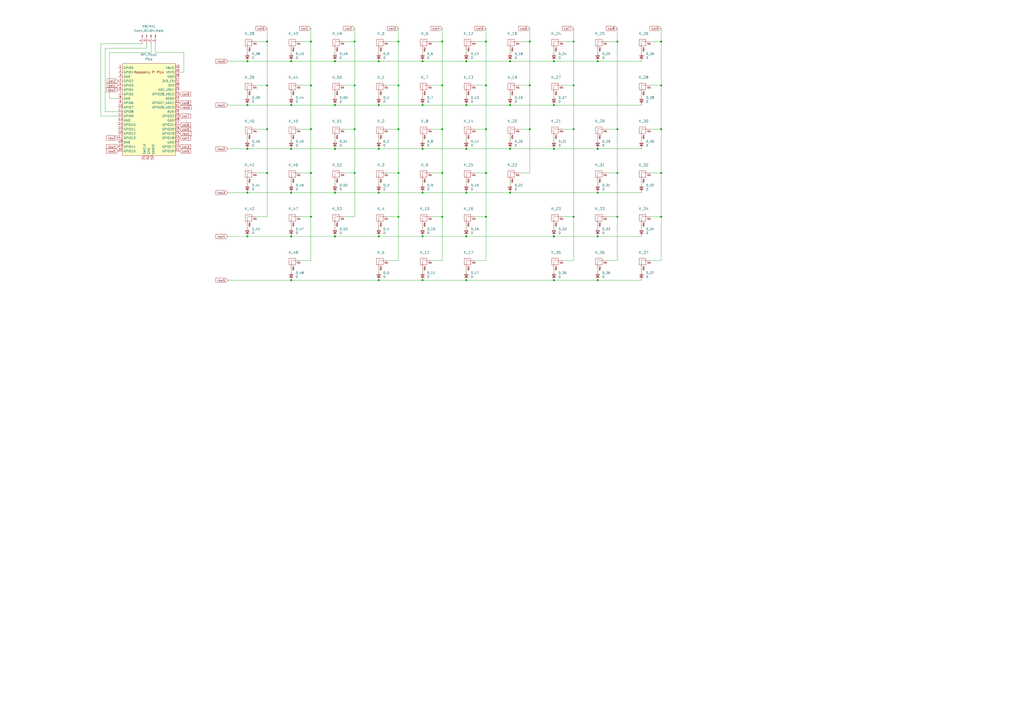
<source format=kicad_sch>
(kicad_sch (version 20211123) (generator eeschema)
  (paper "A2")
  (lib_symbols
    (symbol "Connector:Conn_01x04_Male" (pin_names (offset 1.016) hide)
      (property "Reference" "J" (at 0 5.08 0))
      (property "Value" "Conn_01x04_Male" (at 0 -7.62 0))
      (symbol "Conn_01x04_Male_1_1"
        (polyline (pts (xy 1.27 -5.08) (xy 0.8636 -5.08)) (stroke (width 0.1524)))
        (polyline (pts (xy 1.27 -2.54) (xy 0.8636 -2.54)) (stroke (width 0.1524)))
        (polyline (pts (xy 1.27 0) (xy 0.8636 0)) (stroke (width 0.1524)))
        (polyline (pts (xy 1.27 2.54) (xy 0.8636 2.54)) (stroke (width 0.1524)))
        (rectangle (start 0.8636 -4.953) (end 0 -5.207) (stroke (width 0.1524)) (fill (type outline)))
        (rectangle (start 0.8636 -2.413) (end 0 -2.667) (stroke (width 0.1524)) (fill (type outline)))
        (rectangle (start 0.8636 0.127) (end 0 -0.127) (stroke (width 0.1524)) (fill (type outline)))
        (rectangle (start 0.8636 2.667) (end 0 2.413) (stroke (width 0.1524)) (fill (type outline)))
        (pin passive line (at 5.08 2.54 180) (length 3.81) (name "Pin_1") (number "1"))
        (pin passive line (at 5.08 0 180) (length 3.81) (name "Pin_2") (number "2"))
        (pin passive line (at 5.08 -2.54 180) (length 3.81) (name "Pin_3") (number "3"))
        (pin passive line (at 5.08 -5.08 180) (length 3.81) (name "Pin_4") (number "4"))
      )
    )
    (symbol "Device:D_Small" (pin_numbers hide) (pin_names (offset 0.254) hide)
      (property "Reference" "D" (at -1.27 2.032 0))
      (property "Value" "D_Small" (at -3.81 -2.032 0))
      (symbol "D_Small_0_1"
        (polyline (pts (xy -0.762 -1.016) (xy -0.762 1.016)) (stroke (width 0.254)))
        (polyline (pts (xy -0.762 0) (xy 0.762 0)))
        (polyline (pts (xy 0.762 -1.016) (xy -0.762 0) (xy 0.762 1.016) (xy 0.762 -1.016)) (stroke (width 0.254)))
      )
      (symbol "D_Small_1_1"
        (pin passive line (at -2.54 0 0) (length 1.778) (name "K") (number "1"))
        (pin passive line (at 2.54 0 180) (length 1.778) (name "A") (number "2"))
      )
    )
    (symbol "MCU_RaspberryPi_and_Boards:Pico"
      (property "Reference" "U" (at -13.97 27.94 0))
      (property "Value" "Pico" (at 0 19.05 0))
      (symbol "Pico_0_0"
        (text "Raspberry Pi Pico" (at 0 21.59 0) (effects (font (size 1.27 1.27))))
      )
      (symbol "Pico_0_1"
        (rectangle (start -15.24 26.67) (end 15.24 -26.67) (fill (type background)))
      )
      (symbol "Pico_1_1"
        (pin bidirectional line (at -17.78 24.13 0) (length 2.54) (name "GPIO0") (number "1"))
        (pin bidirectional line (at -17.78 1.27 0) (length 2.54) (name "GPIO7") (number "10"))
        (pin bidirectional line (at -17.78 -1.27 0) (length 2.54) (name "GPIO8") (number "11"))
        (pin bidirectional line (at -17.78 -3.81 0) (length 2.54) (name "GPIO9") (number "12"))
        (pin power_in line (at -17.78 -6.35 0) (length 2.54) (name "GND") (number "13"))
        (pin bidirectional line (at -17.78 -8.89 0) (length 2.54) (name "GPIO10") (number "14"))
        (pin bidirectional line (at -17.78 -11.43 0) (length 2.54) (name "GPIO11") (number "15"))
        (pin bidirectional line (at -17.78 -13.97 0) (length 2.54) (name "GPIO12") (number "16"))
        (pin bidirectional line (at -17.78 -16.51 0) (length 2.54) (name "GPIO13") (number "17"))
        (pin power_in line (at -17.78 -19.05 0) (length 2.54) (name "GND") (number "18"))
        (pin bidirectional line (at -17.78 -21.59 0) (length 2.54) (name "GPIO14") (number "19"))
        (pin bidirectional line (at -17.78 21.59 0) (length 2.54) (name "GPIO1") (number "2"))
        (pin bidirectional line (at -17.78 -24.13 0) (length 2.54) (name "GPIO15") (number "20"))
        (pin bidirectional line (at 17.78 -24.13 180) (length 2.54) (name "GPIO16") (number "21"))
        (pin bidirectional line (at 17.78 -21.59 180) (length 2.54) (name "GPIO17") (number "22"))
        (pin power_in line (at 17.78 -19.05 180) (length 2.54) (name "GND") (number "23"))
        (pin bidirectional line (at 17.78 -16.51 180) (length 2.54) (name "GPIO18") (number "24"))
        (pin bidirectional line (at 17.78 -13.97 180) (length 2.54) (name "GPIO19") (number "25"))
        (pin bidirectional line (at 17.78 -11.43 180) (length 2.54) (name "GPIO20") (number "26"))
        (pin bidirectional line (at 17.78 -8.89 180) (length 2.54) (name "GPIO21") (number "27"))
        (pin power_in line (at 17.78 -6.35 180) (length 2.54) (name "GND") (number "28"))
        (pin bidirectional line (at 17.78 -3.81 180) (length 2.54) (name "GPIO22") (number "29"))
        (pin power_in line (at -17.78 19.05 0) (length 2.54) (name "GND") (number "3"))
        (pin input line (at 17.78 -1.27 180) (length 2.54) (name "RUN") (number "30"))
        (pin bidirectional line (at 17.78 1.27 180) (length 2.54) (name "GPIO26_ADC0") (number "31"))
        (pin bidirectional line (at 17.78 3.81 180) (length 2.54) (name "GPIO27_ADC1") (number "32"))
        (pin power_in line (at 17.78 6.35 180) (length 2.54) (name "AGND") (number "33"))
        (pin bidirectional line (at 17.78 8.89 180) (length 2.54) (name "GPIO28_ADC2") (number "34"))
        (pin power_in line (at 17.78 11.43 180) (length 2.54) (name "ADC_VREF") (number "35"))
        (pin power_in line (at 17.78 13.97 180) (length 2.54) (name "3V3") (number "36"))
        (pin input line (at 17.78 16.51 180) (length 2.54) (name "3V3_EN") (number "37"))
        (pin bidirectional line (at 17.78 19.05 180) (length 2.54) (name "GND") (number "38"))
        (pin power_in line (at 17.78 21.59 180) (length 2.54) (name "VSYS") (number "39"))
        (pin bidirectional line (at -17.78 16.51 0) (length 2.54) (name "GPIO2") (number "4"))
        (pin power_in line (at 17.78 24.13 180) (length 2.54) (name "VBUS") (number "40"))
        (pin input line (at -2.54 -29.21 90) (length 2.54) (name "SWCLK") (number "41"))
        (pin power_in line (at 0 -29.21 90) (length 2.54) (name "GND") (number "42"))
        (pin bidirectional line (at 2.54 -29.21 90) (length 2.54) (name "SWDIO") (number "43"))
        (pin bidirectional line (at -17.78 13.97 0) (length 2.54) (name "GPIO3") (number "5"))
        (pin bidirectional line (at -17.78 11.43 0) (length 2.54) (name "GPIO4") (number "6"))
        (pin bidirectional line (at -17.78 8.89 0) (length 2.54) (name "GPIO5") (number "7"))
        (pin power_in line (at -17.78 6.35 0) (length 2.54) (name "GND") (number "8"))
        (pin bidirectional line (at -17.78 3.81 0) (length 2.54) (name "GPIO6") (number "9"))
      )
    )
    (symbol "MX_Alps_Hybrid:MX-NoLED" (pin_names (offset 1.016))
      (property "Reference" "MX" (at -0.635 3.81 0))
      (property "Value" "MX-NoLED" (at -0.635 1.27 0))
      (symbol "MX-NoLED_0_0"
        (rectangle (start -2.54 2.54) (end 1.27 -1.27))
        (polyline (pts (xy -1.27 -1.27) (xy -1.27 1.27)) (stroke (width 0.127)))
        (polyline (pts (xy 1.27 1.27) (xy 0 1.27) (xy -1.27 1.905)) (stroke (width 0.127)))
        (text "COL" (at 3.175 0 0) (effects (font (size 0.762 0.762))))
        (text "ROW" (at 0 -1.905 900) (effects (font (size 0.762 0.762)) (justify right)))
      )
      (symbol "MX-NoLED_1_1"
        (pin passive line (at 3.81 1.27 180) (length 2.54) (name "COL") (number "1"))
        (pin passive line (at -1.27 -3.81 90) (length 2.54) (name "ROW") (number "2"))
      )
    )
  )
  (junction (at 245.11 35.56))
  (junction (at 346.71 111.76))
  (junction (at 358.14 100.33))
  (junction (at 383.54 49.53))
  (junction (at 245.11 111.76))
  (junction (at 143.51 111.76))
  (junction (at 245.11 162.56))
  (junction (at 256.54 100.33))
  (junction (at 307.34 24.13))
  (junction (at 205.74 49.53))
  (junction (at 358.14 24.13))
  (junction (at 270.51 35.56))
  (junction (at 205.74 74.93))
  (junction (at 154.94 49.53))
  (junction (at 143.51 86.36))
  (junction (at 168.91 111.76))
  (junction (at 256.54 49.53))
  (junction (at 346.71 86.36))
  (junction (at 168.91 35.56))
  (junction (at 281.94 125.73))
  (junction (at 321.31 35.56))
  (junction (at 219.71 60.96))
  (junction (at 143.51 137.16))
  (junction (at 332.74 74.93))
  (junction (at 281.94 74.93))
  (junction (at 168.91 60.96))
  (junction (at 194.31 86.36))
  (junction (at 383.54 24.13))
  (junction (at 321.31 137.16))
  (junction (at 231.14 125.73))
  (junction (at 245.11 137.16))
  (junction (at 245.11 60.96))
  (junction (at 219.71 86.36))
  (junction (at 219.71 35.56))
  (junction (at 168.91 137.16))
  (junction (at 346.71 35.56))
  (junction (at 194.31 35.56))
  (junction (at 168.91 86.36))
  (junction (at 321.31 162.56))
  (junction (at 295.91 60.96))
  (junction (at 231.14 74.93))
  (junction (at 168.91 162.56))
  (junction (at 321.31 60.96))
  (junction (at 281.94 100.33))
  (junction (at 219.71 111.76))
  (junction (at 332.74 125.73))
  (junction (at 154.94 24.13))
  (junction (at 180.34 24.13))
  (junction (at 194.31 60.96))
  (junction (at 270.51 137.16))
  (junction (at 180.34 74.93))
  (junction (at 346.71 162.56))
  (junction (at 270.51 86.36))
  (junction (at 194.31 137.16))
  (junction (at 332.74 49.53))
  (junction (at 219.71 162.56))
  (junction (at 332.74 24.13))
  (junction (at 180.34 125.73))
  (junction (at 245.11 86.36))
  (junction (at 180.34 49.53))
  (junction (at 154.94 100.33))
  (junction (at 383.54 100.33))
  (junction (at 295.91 35.56))
  (junction (at 383.54 74.93))
  (junction (at 281.94 24.13))
  (junction (at 205.74 24.13))
  (junction (at 194.31 111.76))
  (junction (at 270.51 60.96))
  (junction (at 295.91 86.36))
  (junction (at 256.54 74.93))
  (junction (at 321.31 86.36))
  (junction (at 256.54 24.13))
  (junction (at 358.14 125.73))
  (junction (at 231.14 100.33))
  (junction (at 256.54 125.73))
  (junction (at 358.14 74.93))
  (junction (at 143.51 60.96))
  (junction (at 383.54 125.73))
  (junction (at 307.34 49.53))
  (junction (at 270.51 111.76))
  (junction (at 346.71 137.16))
  (junction (at 270.51 162.56))
  (junction (at 295.91 111.76))
  (junction (at 281.94 49.53))
  (junction (at 231.14 24.13))
  (junction (at 180.34 100.33))
  (junction (at 307.34 74.93))
  (junction (at 143.51 35.56))
  (junction (at 154.94 74.93))
  (junction (at 231.14 49.53))
  (junction (at 205.74 100.33))
  (junction (at 219.71 137.16))
  (wire (pts (xy 180.34 24.13) (xy 180.34 49.53)))
  (wire (pts (xy 281.94 24.13) (xy 281.94 49.53)))
  (wire (pts (xy 154.94 24.13) (xy 154.94 49.53)))
  (wire (pts (xy 219.71 60.96) (xy 245.11 60.96)))
  (wire (pts (xy 194.31 80.01) (xy 194.31 81.28)))
  (wire (pts (xy 143.51 54.61) (xy 143.51 55.88)))
  (wire (pts (xy 307.34 100.33) (xy 307.34 74.93)))
  (wire (pts (xy 143.51 111.76) (xy 168.91 111.76)))
  (wire (pts (xy 307.34 24.13) (xy 307.34 49.53)))
  (wire (pts (xy 154.94 125.73) (xy 154.94 100.33)))
  (wire (pts (xy 377.19 100.33) (xy 383.54 100.33)))
  (wire (pts (xy 307.34 16.51) (xy 307.34 24.13)))
  (wire (pts (xy 180.34 125.73) (xy 180.34 100.33)))
  (wire (pts (xy 256.54 100.33) (xy 256.54 74.93)))
  (wire (pts (xy 256.54 151.13) (xy 256.54 125.73)))
  (wire (pts (xy 281.94 151.13) (xy 281.94 125.73)))
  (wire (pts (xy 154.94 16.51) (xy 154.94 24.13)))
  (wire (pts (xy 85.09 25.4) (xy 85.09 27.94)))
  (wire (pts (xy 326.39 125.73) (xy 332.74 125.73)))
  (wire (pts (xy 346.71 35.56) (xy 372.11 35.56)))
  (wire (pts (xy 219.71 80.01) (xy 219.71 81.28)))
  (wire (pts (xy 173.99 125.73) (xy 180.34 125.73)))
  (wire (pts (xy 148.59 100.33) (xy 154.94 100.33)))
  (wire (pts (xy 270.51 137.16) (xy 321.31 137.16)))
  (wire (pts (xy 231.14 74.93) (xy 231.14 49.53)))
  (wire (pts (xy 245.11 130.81) (xy 245.11 132.08)))
  (wire (pts (xy 60.96 27.94) (xy 60.96 64.77)))
  (wire (pts (xy 87.63 30.48) (xy 63.5 30.48)))
  (wire (pts (xy 245.11 60.96) (xy 270.51 60.96)))
  (wire (pts (xy 106.68 30.48) (xy 90.17 30.48)))
  (wire (pts (xy 224.79 24.13) (xy 231.14 24.13)))
  (wire (pts (xy 275.59 125.73) (xy 281.94 125.73)))
  (wire (pts (xy 332.74 125.73) (xy 332.74 74.93)))
  (wire (pts (xy 377.19 24.13) (xy 383.54 24.13)))
  (wire (pts (xy 199.39 125.73) (xy 205.74 125.73)))
  (wire (pts (xy 154.94 74.93) (xy 154.94 49.53)))
  (wire (pts (xy 168.91 35.56) (xy 194.31 35.56)))
  (wire (pts (xy 245.11 162.56) (xy 270.51 162.56)))
  (wire (pts (xy 245.11 80.01) (xy 245.11 81.28)))
  (wire (pts (xy 295.91 111.76) (xy 346.71 111.76)))
  (wire (pts (xy 132.08 162.56) (xy 168.91 162.56)))
  (wire (pts (xy 295.91 86.36) (xy 321.31 86.36)))
  (wire (pts (xy 168.91 162.56) (xy 219.71 162.56)))
  (wire (pts (xy 231.14 151.13) (xy 231.14 125.73)))
  (wire (pts (xy 332.74 151.13) (xy 332.74 125.73)))
  (wire (pts (xy 219.71 130.81) (xy 219.71 132.08)))
  (wire (pts (xy 143.51 60.96) (xy 168.91 60.96)))
  (wire (pts (xy 270.51 60.96) (xy 295.91 60.96)))
  (wire (pts (xy 383.54 24.13) (xy 383.54 49.53)))
  (wire (pts (xy 245.11 29.21) (xy 245.11 30.48)))
  (wire (pts (xy 358.14 100.33) (xy 358.14 74.93)))
  (wire (pts (xy 326.39 24.13) (xy 332.74 24.13)))
  (wire (pts (xy 270.51 54.61) (xy 270.51 55.88)))
  (wire (pts (xy 383.54 16.51) (xy 383.54 24.13)))
  (wire (pts (xy 219.71 29.21) (xy 219.71 30.48)))
  (wire (pts (xy 326.39 151.13) (xy 332.74 151.13)))
  (wire (pts (xy 224.79 49.53) (xy 231.14 49.53)))
  (wire (pts (xy 224.79 100.33) (xy 231.14 100.33)))
  (wire (pts (xy 346.71 86.36) (xy 372.11 86.36)))
  (wire (pts (xy 173.99 49.53) (xy 180.34 49.53)))
  (wire (pts (xy 321.31 156.21) (xy 321.31 157.48)))
  (wire (pts (xy 194.31 130.81) (xy 194.31 132.08)))
  (wire (pts (xy 372.11 54.61) (xy 372.11 55.88)))
  (wire (pts (xy 351.79 74.93) (xy 358.14 74.93)))
  (wire (pts (xy 256.54 125.73) (xy 256.54 100.33)))
  (wire (pts (xy 281.94 100.33) (xy 281.94 74.93)))
  (wire (pts (xy 231.14 24.13) (xy 231.14 49.53)))
  (wire (pts (xy 231.14 16.51) (xy 231.14 24.13)))
  (wire (pts (xy 351.79 125.73) (xy 358.14 125.73)))
  (wire (pts (xy 275.59 151.13) (xy 281.94 151.13)))
  (wire (pts (xy 275.59 24.13) (xy 281.94 24.13)))
  (wire (pts (xy 346.71 80.01) (xy 346.71 81.28)))
  (wire (pts (xy 346.71 111.76) (xy 372.11 111.76)))
  (wire (pts (xy 250.19 74.93) (xy 256.54 74.93)))
  (wire (pts (xy 194.31 35.56) (xy 219.71 35.56)))
  (wire (pts (xy 58.42 67.31) (xy 68.58 67.31)))
  (wire (pts (xy 173.99 24.13) (xy 180.34 24.13)))
  (wire (pts (xy 300.99 100.33) (xy 307.34 100.33)))
  (wire (pts (xy 173.99 151.13) (xy 180.34 151.13)))
  (wire (pts (xy 372.11 156.21) (xy 372.11 157.48)))
  (wire (pts (xy 245.11 35.56) (xy 270.51 35.56)))
  (wire (pts (xy 90.17 25.4) (xy 90.17 30.48)))
  (wire (pts (xy 346.71 130.81) (xy 346.71 132.08)))
  (wire (pts (xy 377.19 125.73) (xy 383.54 125.73)))
  (wire (pts (xy 281.94 16.51) (xy 281.94 24.13)))
  (wire (pts (xy 148.59 24.13) (xy 154.94 24.13)))
  (wire (pts (xy 231.14 125.73) (xy 231.14 100.33)))
  (wire (pts (xy 63.5 57.15) (xy 68.58 57.15)))
  (wire (pts (xy 87.63 25.4) (xy 87.63 30.48)))
  (wire (pts (xy 245.11 54.61) (xy 245.11 55.88)))
  (wire (pts (xy 281.94 125.73) (xy 281.94 100.33)))
  (wire (pts (xy 270.51 105.41) (xy 270.51 106.68)))
  (wire (pts (xy 219.71 86.36) (xy 245.11 86.36)))
  (wire (pts (xy 148.59 49.53) (xy 154.94 49.53)))
  (wire (pts (xy 205.74 74.93) (xy 205.74 49.53)))
  (wire (pts (xy 194.31 60.96) (xy 219.71 60.96)))
  (wire (pts (xy 346.71 29.21) (xy 346.71 30.48)))
  (wire (pts (xy 351.79 24.13) (xy 358.14 24.13)))
  (wire (pts (xy 180.34 151.13) (xy 180.34 125.73)))
  (wire (pts (xy 295.91 35.56) (xy 321.31 35.56)))
  (wire (pts (xy 245.11 111.76) (xy 270.51 111.76)))
  (wire (pts (xy 219.71 35.56) (xy 245.11 35.56)))
  (wire (pts (xy 219.71 137.16) (xy 245.11 137.16)))
  (wire (pts (xy 199.39 100.33) (xy 205.74 100.33)))
  (wire (pts (xy 205.74 24.13) (xy 205.74 49.53)))
  (wire (pts (xy 85.09 27.94) (xy 60.96 27.94)))
  (wire (pts (xy 168.91 130.81) (xy 168.91 132.08)))
  (wire (pts (xy 168.91 105.41) (xy 168.91 106.68)))
  (wire (pts (xy 256.54 74.93) (xy 256.54 49.53)))
  (wire (pts (xy 168.91 80.01) (xy 168.91 81.28)))
  (wire (pts (xy 275.59 49.53) (xy 281.94 49.53)))
  (wire (pts (xy 194.31 29.21) (xy 194.31 30.48)))
  (wire (pts (xy 180.34 100.33) (xy 180.34 74.93)))
  (wire (pts (xy 219.71 111.76) (xy 245.11 111.76)))
  (wire (pts (xy 219.71 162.56) (xy 245.11 162.56)))
  (wire (pts (xy 307.34 74.93) (xy 307.34 49.53)))
  (wire (pts (xy 60.96 64.77) (xy 68.58 64.77)))
  (wire (pts (xy 250.19 100.33) (xy 256.54 100.33)))
  (wire (pts (xy 372.11 29.21) (xy 372.11 30.48)))
  (wire (pts (xy 104.14 41.91) (xy 106.68 41.91)))
  (wire (pts (xy 132.08 111.76) (xy 143.51 111.76)))
  (wire (pts (xy 383.54 74.93) (xy 383.54 49.53)))
  (wire (pts (xy 326.39 74.93) (xy 332.74 74.93)))
  (wire (pts (xy 295.91 60.96) (xy 321.31 60.96)))
  (wire (pts (xy 372.11 80.01) (xy 372.11 81.28)))
  (wire (pts (xy 82.55 25.4) (xy 58.42 25.4)))
  (wire (pts (xy 321.31 137.16) (xy 346.71 137.16)))
  (wire (pts (xy 332.74 24.13) (xy 332.74 49.53)))
  (wire (pts (xy 132.08 137.16) (xy 143.51 137.16)))
  (wire (pts (xy 270.51 80.01) (xy 270.51 81.28)))
  (wire (pts (xy 194.31 54.61) (xy 194.31 55.88)))
  (wire (pts (xy 346.71 156.21) (xy 346.71 157.48)))
  (wire (pts (xy 199.39 49.53) (xy 205.74 49.53)))
  (wire (pts (xy 358.14 16.51) (xy 358.14 24.13)))
  (wire (pts (xy 372.11 105.41) (xy 372.11 106.68)))
  (wire (pts (xy 256.54 24.13) (xy 256.54 49.53)))
  (wire (pts (xy 173.99 74.93) (xy 180.34 74.93)))
  (wire (pts (xy 377.19 74.93) (xy 383.54 74.93)))
  (wire (pts (xy 321.31 29.21) (xy 321.31 30.48)))
  (wire (pts (xy 250.19 24.13) (xy 256.54 24.13)))
  (wire (pts (xy 321.31 54.61) (xy 321.31 55.88)))
  (wire (pts (xy 346.71 137.16) (xy 372.11 137.16)))
  (wire (pts (xy 295.91 54.61) (xy 295.91 55.88)))
  (wire (pts (xy 143.51 80.01) (xy 143.51 81.28)))
  (wire (pts (xy 143.51 86.36) (xy 168.91 86.36)))
  (wire (pts (xy 143.51 105.41) (xy 143.51 106.68)))
  (wire (pts (xy 281.94 74.93) (xy 281.94 49.53)))
  (wire (pts (xy 168.91 86.36) (xy 194.31 86.36)))
  (wire (pts (xy 245.11 137.16) (xy 270.51 137.16)))
  (wire (pts (xy 321.31 130.81) (xy 321.31 132.08)))
  (wire (pts (xy 377.19 49.53) (xy 383.54 49.53)))
  (wire (pts (xy 321.31 80.01) (xy 321.31 81.28)))
  (wire (pts (xy 250.19 151.13) (xy 256.54 151.13)))
  (wire (pts (xy 132.08 60.96) (xy 143.51 60.96)))
  (wire (pts (xy 270.51 86.36) (xy 295.91 86.36)))
  (wire (pts (xy 168.91 54.61) (xy 168.91 55.88)))
  (wire (pts (xy 231.14 100.33) (xy 231.14 74.93)))
  (wire (pts (xy 132.08 86.36) (xy 143.51 86.36)))
  (wire (pts (xy 168.91 111.76) (xy 194.31 111.76)))
  (wire (pts (xy 168.91 137.16) (xy 194.31 137.16)))
  (wire (pts (xy 180.34 74.93) (xy 180.34 49.53)))
  (wire (pts (xy 219.71 105.41) (xy 219.71 106.68)))
  (wire (pts (xy 199.39 24.13) (xy 205.74 24.13)))
  (wire (pts (xy 168.91 156.21) (xy 168.91 157.48)))
  (wire (pts (xy 143.51 29.21) (xy 143.51 30.48)))
  (wire (pts (xy 326.39 49.53) (xy 332.74 49.53)))
  (wire (pts (xy 321.31 60.96) (xy 372.11 60.96)))
  (wire (pts (xy 358.14 151.13) (xy 358.14 125.73)))
  (wire (pts (xy 346.71 105.41) (xy 346.71 106.68)))
  (wire (pts (xy 321.31 35.56) (xy 346.71 35.56)))
  (wire (pts (xy 250.19 49.53) (xy 256.54 49.53)))
  (wire (pts (xy 143.51 35.56) (xy 168.91 35.56)))
  (wire (pts (xy 256.54 16.51) (xy 256.54 24.13)))
  (wire (pts (xy 383.54 125.73) (xy 383.54 100.33)))
  (wire (pts (xy 143.51 130.81) (xy 143.51 132.08)))
  (wire (pts (xy 321.31 86.36) (xy 346.71 86.36)))
  (wire (pts (xy 194.31 105.41) (xy 194.31 106.68)))
  (wire (pts (xy 351.79 100.33) (xy 358.14 100.33)))
  (wire (pts (xy 300.99 49.53) (xy 307.34 49.53)))
  (wire (pts (xy 295.91 80.01) (xy 295.91 81.28)))
  (wire (pts (xy 205.74 16.51) (xy 205.74 24.13)))
  (wire (pts (xy 219.71 54.61) (xy 219.71 55.88)))
  (wire (pts (xy 194.31 86.36) (xy 219.71 86.36)))
  (wire (pts (xy 270.51 162.56) (xy 321.31 162.56)))
  (wire (pts (xy 148.59 74.93) (xy 154.94 74.93)))
  (wire (pts (xy 219.71 156.21) (xy 219.71 157.48)))
  (wire (pts (xy 300.99 24.13) (xy 307.34 24.13)))
  (wire (pts (xy 295.91 29.21) (xy 295.91 30.48)))
  (wire (pts (xy 300.99 74.93) (xy 307.34 74.93)))
  (wire (pts (xy 245.11 156.21) (xy 245.11 157.48)))
  (wire (pts (xy 275.59 74.93) (xy 281.94 74.93)))
  (wire (pts (xy 383.54 100.33) (xy 383.54 74.93)))
  (wire (pts (xy 270.51 35.56) (xy 295.91 35.56)))
  (wire (pts (xy 194.31 111.76) (xy 219.71 111.76)))
  (wire (pts (xy 372.11 130.81) (xy 372.11 132.08)))
  (wire (pts (xy 194.31 137.16) (xy 219.71 137.16)))
  (wire (pts (xy 332.74 16.51) (xy 332.74 24.13)))
  (wire (pts (xy 270.51 111.76) (xy 295.91 111.76)))
  (wire (pts (xy 168.91 60.96) (xy 194.31 60.96)))
  (wire (pts (xy 132.08 35.56) (xy 143.51 35.56)))
  (wire (pts (xy 358.14 24.13) (xy 358.14 74.93)))
  (wire (pts (xy 245.11 105.41) (xy 245.11 106.68)))
  (wire (pts (xy 168.91 29.21) (xy 168.91 30.48)))
  (wire (pts (xy 173.99 100.33) (xy 180.34 100.33)))
  (wire (pts (xy 295.91 105.41) (xy 295.91 106.68)))
  (wire (pts (xy 346.71 162.56) (xy 372.11 162.56)))
  (wire (pts (xy 205.74 125.73) (xy 205.74 100.33)))
  (wire (pts (xy 143.51 137.16) (xy 168.91 137.16)))
  (wire (pts (xy 321.31 162.56) (xy 346.71 162.56)))
  (wire (pts (xy 224.79 125.73) (xy 231.14 125.73)))
  (wire (pts (xy 154.94 100.33) (xy 154.94 74.93)))
  (wire (pts (xy 275.59 100.33) (xy 281.94 100.33)))
  (wire (pts (xy 250.19 125.73) (xy 256.54 125.73)))
  (wire (pts (xy 245.11 86.36) (xy 270.51 86.36)))
  (wire (pts (xy 58.42 25.4) (xy 58.42 67.31)))
  (wire (pts (xy 63.5 30.48) (xy 63.5 57.15)))
  (wire (pts (xy 224.79 74.93) (xy 231.14 74.93)))
  (wire (pts (xy 351.79 151.13) (xy 358.14 151.13)))
  (wire (pts (xy 270.51 156.21) (xy 270.51 157.48)))
  (wire (pts (xy 199.39 74.93) (xy 205.74 74.93)))
  (wire (pts (xy 205.74 100.33) (xy 205.74 74.93)))
  (wire (pts (xy 332.74 74.93) (xy 332.74 49.53)))
  (wire (pts (xy 383.54 151.13) (xy 383.54 125.73)))
  (wire (pts (xy 270.51 130.81) (xy 270.51 132.08)))
  (wire (pts (xy 270.51 29.21) (xy 270.51 30.48)))
  (wire (pts (xy 358.14 125.73) (xy 358.14 100.33)))
  (wire (pts (xy 148.59 125.73) (xy 154.94 125.73)))
  (wire (pts (xy 180.34 16.51) (xy 180.34 24.13)))
  (wire (pts (xy 377.19 151.13) (xy 383.54 151.13)))
  (wire (pts (xy 106.68 41.91) (xy 106.68 30.48)))
  (wire (pts (xy 224.79 151.13) (xy 231.14 151.13)))
  (global_label "row3" (shape input) (at 68.58 80.01 180) (property "Intersheet References" "${INTERSHEET_REFS}" (effects hide)))
  (global_label "row5" (shape input) (at 132.08 162.56 180) (property "Intersheet References" "${INTERSHEET_REFS}" (effects hide)))
  (global_label "col9" (shape input) (at 104.14 54.61 0) (property "Intersheet References" "${INTERSHEET_REFS}" (effects hide)))
  (global_label "col6" (shape input) (at 307.34 16.51 180) (property "Intersheet References" "${INTERSHEET_REFS}" (effects hide)))
  (global_label "col3" (shape input) (at 104.14 85.09 0) (property "Intersheet References" "${INTERSHEET_REFS}" (effects hide)))
  (global_label "col6" (shape input) (at 104.14 72.39 0) (property "Intersheet References" "${INTERSHEET_REFS}" (effects hide)))
  (global_label "row0" (shape input) (at 104.14 62.23 0) (property "Intersheet References" "${INTERSHEET_REFS}" (effects hide)))
  (global_label "row1" (shape input) (at 132.08 60.96 180) (property "Intersheet References" "${INTERSHEET_REFS}" (effects hide)))
  (global_label "row4" (shape input) (at 68.58 85.09 180) (property "Intersheet References" "${INTERSHEET_REFS}" (effects hide)))
  (global_label "col5" (shape input) (at 104.14 74.93 0) (property "Intersheet References" "${INTERSHEET_REFS}" (effects hide)))
  (global_label "col5" (shape input) (at 281.94 16.51 180) (property "Intersheet References" "${INTERSHEET_REFS}" (effects hide)))
  (global_label "row0" (shape input) (at 132.08 35.56 180) (property "Intersheet References" "${INTERSHEET_REFS}" (effects hide)))
  (global_label "col8" (shape input) (at 358.14 16.51 180) (property "Intersheet References" "${INTERSHEET_REFS}" (effects hide)))
  (global_label "col7" (shape input) (at 332.74 16.51 180) (property "Intersheet References" "${INTERSHEET_REFS}" (effects hide)))
  (global_label "col0" (shape input) (at 154.94 16.51 180) (property "Intersheet References" "${INTERSHEET_REFS}" (effects hide)))
  (global_label "row2" (shape input) (at 132.08 86.36 180) (property "Intersheet References" "${INTERSHEET_REFS}" (effects hide)))
  (global_label "col4" (shape input) (at 104.14 80.01 0) (property "Intersheet References" "${INTERSHEET_REFS}" (effects hide)))
  (global_label "col4" (shape input) (at 256.54 16.51 180) (property "Intersheet References" "${INTERSHEET_REFS}" (effects hide)))
  (global_label "col8" (shape input) (at 104.14 59.69 0) (property "Intersheet References" "${INTERSHEET_REFS}" (effects hide)))
  (global_label "col2" (shape input) (at 68.58 46.99 180) (property "Intersheet References" "${INTERSHEET_REFS}" (effects hide)))
  (global_label "row2" (shape input) (at 68.58 52.07 180) (property "Intersheet References" "${INTERSHEET_REFS}" (effects hide)))
  (global_label "row4" (shape input) (at 132.08 137.16 180) (property "Intersheet References" "${INTERSHEET_REFS}" (effects hide)))
  (global_label "col1" (shape input) (at 68.58 49.53 180) (property "Intersheet References" "${INTERSHEET_REFS}" (effects hide)))
  (global_label "col7" (shape input) (at 104.14 67.31 0) (property "Intersheet References" "${INTERSHEET_REFS}" (effects hide)))
  (global_label "row5" (shape input) (at 68.58 87.63 180) (property "Intersheet References" "${INTERSHEET_REFS}" (effects hide)))
  (global_label "row3" (shape input) (at 132.08 111.76 180) (property "Intersheet References" "${INTERSHEET_REFS}" (effects hide)))
  (global_label "col3" (shape input) (at 231.14 16.51 180) (property "Intersheet References" "${INTERSHEET_REFS}" (effects hide)))
  (global_label "col2" (shape input) (at 205.74 16.51 180) (property "Intersheet References" "${INTERSHEET_REFS}" (effects hide)))
  (global_label "row1" (shape input) (at 104.14 77.47 0) (property "Intersheet References" "${INTERSHEET_REFS}" (effects hide)))
  (global_label "col1" (shape input) (at 180.34 16.51 180) (property "Intersheet References" "${INTERSHEET_REFS}" (effects hide)))
  (global_label "col0" (shape input) (at 104.14 87.63 0) (property "Intersheet References" "${INTERSHEET_REFS}" (effects hide)))
  (global_label "col9" (shape input) (at 383.54 16.51 180) (property "Intersheet References" "${INTERSHEET_REFS}" (effects hide)))
  (symbol (lib_id "Device:D_Small") (at 295.91 33.02 90) (unit 1)
    (property "Reference" "D_18" (at 298.45 31.242 90) (effects (justify right)))
    (property "Value" "D" (at 298.45 33.528 90) (effects (justify right)))
    (property "Footprint" "Diode_SMD:D_SOD-123" (effects hide))
  )
  (symbol (lib_id "Device:D_Small") (at 245.11 58.42 90) (unit 1)
    (property "Reference" "D_7" (at 247.65 56.642 90) (effects (justify right)))
    (property "Value" "D" (at 247.65 58.928 90) (effects (justify right)))
    (property "Footprint" "Diode_SMD:D_SOD-123" (effects hide))
  )
  (symbol (lib_id "Device:D_Small") (at 168.91 33.02 90) (unit 1)
    (property "Reference" "D_43" (at 171.45 31.242 90) (effects (justify right)))
    (property "Value" "D" (at 171.45 33.528 90) (effects (justify right)))
    (property "Footprint" "Diode_SMD:D_SOD-123" (effects hide))
  )
  (symbol (lib_id "Device:D_Small") (at 346.71 109.22 90) (unit 1)
    (property "Reference" "D_31" (at 349.25 107.442 90) (effects (justify right)))
    (property "Value" "D" (at 349.25 109.728 90) (effects (justify right)))
    (property "Footprint" "Diode_SMD:D_SOD-123" (effects hide))
  )
  (symbol (lib_id "MX_Alps_Hybrid:MX-NoLED") (at 373.38 50.8 0) (unit 1)
    (property "Reference" "K_28" (at 373.38 44.8818 0) (effects (font (size 1.524 1.524))))
    (property "Value" "KEYSW" (effects hide))
    (property "Footprint" "MX_Alps_Hybrid:MX-1U-NoLED" (effects hide))
  )
  (symbol (lib_id "Device:D_Small") (at 219.71 58.42 90) (unit 1)
    (property "Reference" "D_1" (at 222.25 56.642 90) (effects (justify right)))
    (property "Value" "D" (at 222.25 58.928 90) (effects (justify right)))
    (property "Footprint" "Diode_SMD:D_SOD-123" (effects hide))
  )
  (symbol (lib_id "MX_Alps_Hybrid:MX-NoLED") (at 220.98 101.6 0) (unit 1)
    (property "Reference" "K_3" (at 220.98 95.6818 0) (effects (font (size 1.524 1.524))))
    (property "Value" "KEYSW" (effects hide))
    (property "Footprint" "MX_Alps_Hybrid:MX-1U-NoLED" (effects hide))
  )
  (symbol (lib_id "MX_Alps_Hybrid:MX-NoLED") (at 170.18 50.8 0) (unit 1)
    (property "Reference" "K_44" (at 170.18 44.8818 0) (effects (font (size 1.524 1.524))))
    (property "Value" "KEYSW" (effects hide))
    (property "Footprint" "MX_Alps_Hybrid:MX-1U-NoLED" (effects hide))
  )
  (symbol (lib_id "MX_Alps_Hybrid:MX-NoLED") (at 195.58 101.6 0) (unit 1)
    (property "Reference" "K_52" (at 195.58 95.6818 0) (effects (font (size 1.524 1.524))))
    (property "Value" "KEYSW" (effects hide))
    (property "Footprint" "MX_Alps_Hybrid:MX-1U-NoLED" (effects hide))
  )
  (symbol (lib_id "MX_Alps_Hybrid:MX-NoLED") (at 246.38 25.4 0) (unit 1)
    (property "Reference" "K_6" (at 246.38 19.4818 0) (effects (font (size 1.524 1.524))))
    (property "Value" "KEYSW" (effects hide))
    (property "Footprint" "MX_Alps_Hybrid:MX-1U-NoLED" (effects hide))
  )
  (symbol (lib_id "Device:D_Small") (at 372.11 134.62 90) (unit 1)
    (property "Reference" "D_34" (at 374.65 132.842 90) (effects (justify right)))
    (property "Value" "D" (at 374.65 135.128 90) (effects (justify right)))
    (property "Footprint" "Diode_SMD:D_SOD-123" (effects hide))
  )
  (symbol (lib_id "MX_Alps_Hybrid:MX-NoLED") (at 170.18 127 0) (unit 1)
    (property "Reference" "K_47" (at 170.18 121.0818 0) (effects (font (size 1.524 1.524))))
    (property "Value" "KEYSW" (effects hide))
    (property "Footprint" "MX_Alps_Hybrid:MX-1U-NoLED" (effects hide))
  )
  (symbol (lib_id "Device:D_Small") (at 372.11 58.42 90) (unit 1)
    (property "Reference" "D_28" (at 374.65 56.642 90) (effects (justify right)))
    (property "Value" "D" (at 374.65 58.928 90) (effects (justify right)))
    (property "Footprint" "Diode_SMD:D_SOD-123" (effects hide))
  )
  (symbol (lib_id "MX_Alps_Hybrid:MX-NoLED") (at 246.38 152.4 0) (unit 1)
    (property "Reference" "K_11" (at 246.38 146.4818 0) (effects (font (size 1.524 1.524))))
    (property "Value" "KEYSW" (effects hide))
    (property "Footprint" "MX_Alps_Hybrid:MX-1U-NoLED" (effects hide))
  )
  (symbol (lib_id "Device:D_Small") (at 219.71 109.22 90) (unit 1)
    (property "Reference" "D_3" (at 222.25 107.442 90) (effects (justify right)))
    (property "Value" "D" (at 222.25 109.728 90) (effects (justify right)))
    (property "Footprint" "Diode_SMD:D_SOD-123" (effects hide))
  )
  (symbol (lib_id "MX_Alps_Hybrid:MX-NoLED") (at 246.38 127 0) (unit 1)
    (property "Reference" "K_10" (at 246.38 121.0818 0) (effects (font (size 1.524 1.524))))
    (property "Value" "KEYSW" (effects hide))
    (property "Footprint" "MX_Alps_Hybrid:MX-1U-NoLED" (effects hide))
  )
  (symbol (lib_id "MX_Alps_Hybrid:MX-NoLED") (at 347.98 76.2 0) (unit 1)
    (property "Reference" "K_29" (at 347.98 70.2818 0) (effects (font (size 1.524 1.524))))
    (property "Value" "KEYSW" (effects hide))
    (property "Footprint" "MX_Alps_Hybrid:MX-1.5U-NoLED" (effects hide))
  )
  (symbol (lib_id "Device:D_Small") (at 346.71 83.82 90) (unit 1)
    (property "Reference" "D_29" (at 349.25 82.042 90) (effects (justify right)))
    (property "Value" "D" (at 349.25 84.328 90) (effects (justify right)))
    (property "Footprint" "Diode_SMD:D_SOD-123" (effects hide))
  )
  (symbol (lib_id "Device:D_Small") (at 245.11 160.02 90) (unit 1)
    (property "Reference" "D_11" (at 247.65 158.242 90) (effects (justify right)))
    (property "Value" "D" (at 247.65 160.528 90) (effects (justify right)))
    (property "Footprint" "Diode_SMD:D_SOD-123" (effects hide))
  )
  (symbol (lib_id "MX_Alps_Hybrid:MX-NoLED") (at 297.18 50.8 0) (unit 1)
    (property "Reference" "K_19" (at 297.18 44.8818 0) (effects (font (size 1.524 1.524))))
    (property "Value" "KEYSW" (effects hide))
    (property "Footprint" "MX_Alps_Hybrid:MX-1U-NoLED" (effects hide))
  )
  (symbol (lib_id "MX_Alps_Hybrid:MX-NoLED") (at 271.78 101.6 0) (unit 1)
    (property "Reference" "K_15" (at 271.78 95.6818 0) (effects (font (size 1.524 1.524))))
    (property "Value" "KEYSW" (effects hide))
    (property "Footprint" "MX_Alps_Hybrid:MX-1U-NoLED" (effects hide))
  )
  (symbol (lib_id "Device:D_Small") (at 321.31 160.02 90) (unit 1)
    (property "Reference" "D_35" (at 323.85 158.242 90) (effects (justify right)))
    (property "Value" "D" (at 323.85 160.528 90) (effects (justify right)))
    (property "Footprint" "Diode_SMD:D_SOD-123" (effects hide))
  )
  (symbol (lib_id "MX_Alps_Hybrid:MX-NoLED") (at 170.18 25.4 0) (unit 1)
    (property "Reference" "K_43" (at 170.18 19.4818 0) (effects (font (size 1.524 1.524))))
    (property "Value" "KEYSW" (effects hide))
    (property "Footprint" "MX_Alps_Hybrid:MX-1U-NoLED" (effects hide))
  )
  (symbol (lib_id "Device:D_Small") (at 245.11 109.22 90) (unit 1)
    (property "Reference" "D_9" (at 247.65 107.442 90) (effects (justify right)))
    (property "Value" "D" (at 247.65 109.728 90) (effects (justify right)))
    (property "Footprint" "Diode_SMD:D_SOD-123" (effects hide))
  )
  (symbol (lib_id "MX_Alps_Hybrid:MX-NoLED") (at 195.58 76.2 0) (unit 1)
    (property "Reference" "K_51" (at 195.58 70.2818 0) (effects (font (size 1.524 1.524))))
    (property "Value" "KEYSW" (effects hide))
    (property "Footprint" "MX_Alps_Hybrid:MX-1U-NoLED" (effects hide))
  )
  (symbol (lib_id "MX_Alps_Hybrid:MX-NoLED") (at 297.18 76.2 0) (unit 1)
    (property "Reference" "K_20" (at 297.18 70.2818 0) (effects (font (size 1.524 1.524))))
    (property "Value" "KEYSW" (effects hide))
    (property "Footprint" "MX_Alps_Hybrid:MX-1U-NoLED" (effects hide))
  )
  (symbol (lib_id "MX_Alps_Hybrid:MX-NoLED") (at 297.18 101.6 0) (unit 1)
    (property "Reference" "K_22" (at 297.18 95.6818 0) (effects (font (size 1.524 1.524))))
    (property "Value" "KEYSW" (effects hide))
    (property "Footprint" "MX_Alps_Hybrid:MX-1U-NoLED" (effects hide))
  )
  (symbol (lib_id "MX_Alps_Hybrid:MX-NoLED") (at 195.58 127 0) (unit 1)
    (property "Reference" "K_53" (at 195.58 121.0818 0) (effects (font (size 1.524 1.524))))
    (property "Value" "KEYSW" (effects hide))
    (property "Footprint" "MX_Alps_Hybrid:MX-1U-NoLED" (effects hide))
  )
  (symbol (lib_id "MX_Alps_Hybrid:MX-NoLED") (at 322.58 25.4 0) (unit 1)
    (property "Reference" "K_24" (at 322.58 19.4818 0) (effects (font (size 1.524 1.524))))
    (property "Value" "KEYSW" (effects hide))
    (property "Footprint" "MX_Alps_Hybrid:MX-1U-NoLED" (effects hide))
  )
  (symbol (lib_id "Device:D_Small") (at 270.51 58.42 90) (unit 1)
    (property "Reference" "D_13" (at 273.05 56.642 90) (effects (justify right)))
    (property "Value" "D" (at 273.05 58.928 90) (effects (justify right)))
    (property "Footprint" "Diode_SMD:D_SOD-123" (effects hide))
  )
  (symbol (lib_id "MX_Alps_Hybrid:MX-NoLED") (at 220.98 127 0) (unit 1)
    (property "Reference" "K_4" (at 220.98 121.0818 0) (effects (font (size 1.524 1.524))))
    (property "Value" "KEYSW" (effects hide))
    (property "Footprint" "MX_Alps_Hybrid:MX-1U-NoLED" (effects hide))
  )
  (symbol (lib_id "MX_Alps_Hybrid:MX-NoLED") (at 220.98 25.4 0) (unit 1)
    (property "Reference" "K_0" (at 220.98 19.4818 0) (effects (font (size 1.524 1.524))))
    (property "Value" "KEYSW" (effects hide))
    (property "Footprint" "MX_Alps_Hybrid:MX-1U-NoLED" (effects hide))
  )
  (symbol (lib_id "MX_Alps_Hybrid:MX-NoLED") (at 271.78 50.8 0) (unit 1)
    (property "Reference" "K_13" (at 271.78 44.8818 0) (effects (font (size 1.524 1.524))))
    (property "Value" "KEYSW" (effects hide))
    (property "Footprint" "MX_Alps_Hybrid:MX-1U-NoLED" (effects hide))
  )
  (symbol (lib_id "MX_Alps_Hybrid:MX-NoLED") (at 322.58 76.2 0) (unit 1)
    (property "Reference" "K_21" (at 322.58 70.2818 0) (effects (font (size 1.524 1.524))))
    (property "Value" "KEYSW" (effects hide))
    (property "Footprint" "MX_Alps_Hybrid:MX-1U-NoLED" (effects hide))
  )
  (symbol (lib_id "MX_Alps_Hybrid:MX-NoLED") (at 144.78 127 0) (unit 1)
    (property "Reference" "K_42" (at 144.78 121.0818 0) (effects (font (size 1.524 1.524))))
    (property "Value" "KEYSW" (effects hide))
    (property "Footprint" "MX_Alps_Hybrid:MX-1U-NoLED" (effects hide))
  )
  (symbol (lib_id "Device:D_Small") (at 321.31 134.62 90) (unit 1)
    (property "Reference" "D_23" (at 323.85 132.842 90) (effects (justify right)))
    (property "Value" "D" (at 323.85 135.128 90) (effects (justify right)))
    (property "Footprint" "Diode_SMD:D_SOD-123" (effects hide))
  )
  (symbol (lib_id "Device:D_Small") (at 194.31 134.62 90) (unit 1)
    (property "Reference" "D_53" (at 196.85 132.842 90) (effects (justify right)))
    (property "Value" "D" (at 196.85 135.128 90) (effects (justify right)))
    (property "Footprint" "Diode_SMD:D_SOD-123" (effects hide))
  )
  (symbol (lib_id "Device:D_Small") (at 372.11 83.82 90) (unit 1)
    (property "Reference" "D_30" (at 374.65 82.042 90) (effects (justify right)))
    (property "Value" "D" (at 374.65 84.328 90) (effects (justify right)))
    (property "Footprint" "Diode_SMD:D_SOD-123" (effects hide))
  )
  (symbol (lib_id "Device:D_Small") (at 321.31 83.82 90) (unit 1)
    (property "Reference" "D_21" (at 323.85 82.042 90) (effects (justify right)))
    (property "Value" "D" (at 323.85 84.328 90) (effects (justify right)))
    (property "Footprint" "Diode_SMD:D_SOD-123" (effects hide))
  )
  (symbol (lib_id "MX_Alps_Hybrid:MX-NoLED") (at 373.38 76.2 0) (unit 1)
    (property "Reference" "K_30" (at 373.38 70.2818 0) (effects (font (size 1.524 1.524))))
    (property "Value" "KEYSW" (effects hide))
    (property "Footprint" "MX_Alps_Hybrid:MX-1U-NoLED" (effects hide))
  )
  (symbol (lib_id "MX_Alps_Hybrid:MX-NoLED") (at 271.78 127 0) (unit 1)
    (property "Reference" "K_16" (at 271.78 121.0818 0) (effects (font (size 1.524 1.524))))
    (property "Value" "KEYSW" (effects hide))
    (property "Footprint" "MX_Alps_Hybrid:MX-1U-NoLED" (effects hide))
  )
  (symbol (lib_id "MX_Alps_Hybrid:MX-NoLED") (at 347.98 25.4 0) (unit 1)
    (property "Reference" "K_25" (at 347.98 19.4818 0) (effects (font (size 1.524 1.524))))
    (property "Value" "KEYSW" (effects hide))
    (property "Footprint" "MX_Alps_Hybrid:MX-1U-NoLED" (effects hide))
  )
  (symbol (lib_id "MX_Alps_Hybrid:MX-NoLED") (at 170.18 152.4 0) (unit 1)
    (property "Reference" "K_48" (at 170.18 146.4818 0) (effects (font (size 1.524 1.524))))
    (property "Value" "KEYSW" (effects hide))
    (property "Footprint" "MX_Alps_Hybrid:MX-2.75U-NoLED" (effects hide))
  )
  (symbol (lib_id "MX_Alps_Hybrid:MX-NoLED") (at 220.98 76.2 0) (unit 1)
    (property "Reference" "K_2" (at 220.98 70.2818 0) (effects (font (size 1.524 1.524))))
    (property "Value" "KEYSW" (effects hide))
    (property "Footprint" "MX_Alps_Hybrid:MX-1U-NoLED" (effects hide))
  )
  (symbol (lib_id "MX_Alps_Hybrid:MX-NoLED") (at 246.38 50.8 0) (unit 1)
    (property "Reference" "K_7" (at 246.38 44.8818 0) (effects (font (size 1.524 1.524))))
    (property "Value" "KEYSW" (effects hide))
    (property "Footprint" "MX_Alps_Hybrid:MX-1U-NoLED" (effects hide))
  )
  (symbol (lib_id "Device:D_Small") (at 321.31 58.42 90) (unit 1)
    (property "Reference" "D_27" (at 323.85 56.642 90) (effects (justify right)))
    (property "Value" "D" (at 323.85 58.928 90) (effects (justify right)))
    (property "Footprint" "Diode_SMD:D_SOD-123" (effects hide))
  )
  (symbol (lib_id "MX_Alps_Hybrid:MX-NoLED") (at 271.78 152.4 0) (unit 1)
    (property "Reference" "K_17" (at 271.78 146.4818 0) (effects (font (size 1.524 1.524))))
    (property "Value" "KEYSW" (effects hide))
    (property "Footprint" "MX_Alps_Hybrid:MX-1.25U-NoLED" (effects hide))
  )
  (symbol (lib_id "Device:D_Small") (at 219.71 160.02 90) (unit 1)
    (property "Reference" "D_5" (at 222.25 158.242 90) (effects (justify right)))
    (property "Value" "D" (at 222.25 160.528 90) (effects (justify right)))
    (property "Footprint" "Diode_SMD:D_SOD-123" (effects hide))
  )
  (symbol (lib_id "Device:D_Small") (at 143.51 109.22 90) (unit 1)
    (property "Reference" "D_41" (at 146.05 107.442 90) (effects (justify right)))
    (property "Value" "D" (at 146.05 109.728 90) (effects (justify right)))
    (property "Footprint" "Diode_SMD:D_SOD-123" (effects hide))
  )
  (symbol (lib_id "Device:D_Small") (at 270.51 160.02 90) (unit 1)
    (property "Reference" "D_17" (at 273.05 158.242 90) (effects (justify right)))
    (property "Value" "D" (at 273.05 160.528 90) (effects (justify right)))
    (property "Footprint" "Diode_SMD:D_SOD-123" (effects hide))
  )
  (symbol (lib_id "Device:D_Small") (at 245.11 134.62 90) (unit 1)
    (property "Reference" "D_10" (at 247.65 132.842 90) (effects (justify right)))
    (property "Value" "D" (at 247.65 135.128 90) (effects (justify right)))
    (property "Footprint" "Diode_SMD:D_SOD-123" (effects hide))
  )
  (symbol (lib_id "MX_Alps_Hybrid:MX-NoLED") (at 322.58 127 0) (unit 1)
    (property "Reference" "K_23" (at 322.58 121.0818 0) (effects (font (size 1.524 1.524))))
    (property "Value" "KEYSW" (effects hide))
    (property "Footprint" "MX_Alps_Hybrid:MX-1.75U-NoLED" (effects hide))
  )
  (symbol (lib_id "MX_Alps_Hybrid:MX-NoLED") (at 195.58 50.8 0) (unit 1)
    (property "Reference" "K_50" (at 195.58 44.8818 0) (effects (font (size 1.524 1.524))))
    (property "Value" "KEYSW" (effects hide))
    (property "Footprint" "MX_Alps_Hybrid:MX-1U-NoLED" (effects hide))
  )
  (symbol (lib_id "Device:D_Small") (at 270.51 83.82 90) (unit 1)
    (property "Reference" "D_14" (at 273.05 82.042 90) (effects (justify right)))
    (property "Value" "D" (at 273.05 84.328 90) (effects (justify right)))
    (property "Footprint" "Diode_SMD:D_SOD-123" (effects hide))
  )
  (symbol (lib_id "MX_Alps_Hybrid:MX-NoLED") (at 246.38 76.2 0) (unit 1)
    (property "Reference" "K_8" (at 246.38 70.2818 0) (effects (font (size 1.524 1.524))))
    (property "Value" "KEYSW" (effects hide))
    (property "Footprint" "MX_Alps_Hybrid:MX-1U-NoLED" (effects hide))
  )
  (symbol (lib_id "Device:D_Small") (at 143.51 58.42 90) (unit 1)
    (property "Reference" "D_39" (at 146.05 56.642 90) (effects (justify right)))
    (property "Value" "D" (at 146.05 58.928 90) (effects (justify right)))
    (property "Footprint" "Diode_SMD:D_SOD-123" (effects hide))
  )
  (symbol (lib_id "MX_Alps_Hybrid:MX-NoLED") (at 220.98 50.8 0) (unit 1)
    (property "Reference" "K_1" (at 220.98 44.8818 0) (effects (font (size 1.524 1.524))))
    (property "Value" "KEYSW" (effects hide))
    (property "Footprint" "MX_Alps_Hybrid:MX-1U-NoLED" (effects hide))
  )
  (symbol (lib_id "MX_Alps_Hybrid:MX-NoLED") (at 220.98 152.4 0) (unit 1)
    (property "Reference" "K_5" (at 220.98 146.4818 0) (effects (font (size 1.524 1.524))))
    (property "Value" "KEYSW" (effects hide))
    (property "Footprint" "MX_Alps_Hybrid:MX-1.5U-NoLED" (effects hide))
  )
  (symbol (lib_id "Device:D_Small") (at 168.91 58.42 90) (unit 1)
    (property "Reference" "D_44" (at 171.45 56.642 90) (effects (justify right)))
    (property "Value" "D" (at 171.45 58.928 90) (effects (justify right)))
    (property "Footprint" "Diode_SMD:D_SOD-123" (effects hide))
  )
  (symbol (lib_id "Device:D_Small") (at 270.51 134.62 90) (unit 1)
    (property "Reference" "D_16" (at 273.05 132.842 90) (effects (justify right)))
    (property "Value" "D" (at 273.05 135.128 90) (effects (justify right)))
    (property "Footprint" "Diode_SMD:D_SOD-123" (effects hide))
  )
  (symbol (lib_id "MX_Alps_Hybrid:MX-NoLED") (at 271.78 25.4 0) (unit 1)
    (property "Reference" "K_12" (at 271.78 19.4818 0) (effects (font (size 1.524 1.524))))
    (property "Value" "KEYSW" (effects hide))
    (property "Footprint" "MX_Alps_Hybrid:MX-1U-NoLED" (effects hide))
  )
  (symbol (lib_id "Device:D_Small") (at 372.11 160.02 90) (unit 1)
    (property "Reference" "D_37" (at 374.65 158.242 90) (effects (justify right)))
    (property "Value" "D" (at 374.65 160.528 90) (effects (justify right)))
    (property "Footprint" "Diode_SMD:D_SOD-123" (effects hide))
  )
  (symbol (lib_id "Device:D_Small") (at 168.91 134.62 90) (unit 1)
    (property "Reference" "D_47" (at 171.45 132.842 90) (effects (justify right)))
    (property "Value" "D" (at 171.45 135.128 90) (effects (justify right)))
    (property "Footprint" "Diode_SMD:D_SOD-123" (effects hide))
  )
  (symbol (lib_id "Device:D_Small") (at 270.51 109.22 90) (unit 1)
    (property "Reference" "D_15" (at 273.05 107.442 90) (effects (justify right)))
    (property "Value" "D" (at 273.05 109.728 90) (effects (justify right)))
    (property "Footprint" "Diode_SMD:D_SOD-123" (effects hide))
  )
  (symbol (lib_id "Device:D_Small") (at 194.31 33.02 90) (unit 1)
    (property "Reference" "D_49" (at 196.85 31.242 90) (effects (justify right)))
    (property "Value" "D" (at 196.85 33.528 90) (effects (justify right)))
    (property "Footprint" "Diode_SMD:D_SOD-123" (effects hide))
  )
  (symbol (lib_id "MX_Alps_Hybrid:MX-NoLED") (at 347.98 152.4 0) (unit 1)
    (property "Reference" "K_36" (at 347.98 146.4818 0) (effects (font (size 1.524 1.524))))
    (property "Value" "KEYSW" (effects hide))
    (property "Footprint" "MX_Alps_Hybrid:MX-1U-NoLED" (effects hide))
  )
  (symbol (lib_id "Device:D_Small") (at 346.71 134.62 90) (unit 1)
    (property "Reference" "D_33" (at 349.25 132.842 90) (effects (justify right)))
    (property "Value" "D" (at 349.25 135.128 90) (effects (justify right)))
    (property "Footprint" "Diode_SMD:D_SOD-123" (effects hide))
  )
  (symbol (lib_id "Device:D_Small") (at 143.51 33.02 90) (unit 1)
    (property "Reference" "D_38" (at 146.05 31.242 90) (effects (justify right)))
    (property "Value" "D" (at 146.05 33.528 90) (effects (justify right)))
    (property "Footprint" "Diode_SMD:D_SOD-123" (effects hide))
  )
  (symbol (lib_id "MX_Alps_Hybrid:MX-NoLED") (at 297.18 25.4 0) (unit 1)
    (property "Reference" "K_18" (at 297.18 19.4818 0) (effects (font (size 1.524 1.524))))
    (property "Value" "KEYSW" (effects hide))
    (property "Footprint" "MX_Alps_Hybrid:MX-1U-NoLED" (effects hide))
  )
  (symbol (lib_id "MX_Alps_Hybrid:MX-NoLED") (at 322.58 50.8 0) (unit 1)
    (property "Reference" "K_27" (at 322.58 44.8818 0) (effects (font (size 1.524 1.524))))
    (property "Value" "KEYSW" (effects hide))
    (property "Footprint" "MX_Alps_Hybrid:MX-2.25U-NoLED" (effects hide))
  )
  (symbol (lib_id "Device:D_Small") (at 321.31 33.02 90) (unit 1)
    (property "Reference" "D_24" (at 323.85 31.242 90) (effects (justify right)))
    (property "Value" "D" (at 323.85 33.528 90) (effects (justify right)))
    (property "Footprint" "Diode_SMD:D_SOD-123" (effects hide))
  )
  (symbol (lib_id "MX_Alps_Hybrid:MX-NoLED") (at 373.38 101.6 0) (unit 1)
    (property "Reference" "K_32" (at 373.38 95.6818 0) (effects (font (size 1.524 1.524))))
    (property "Value" "KEYSW" (effects hide))
    (property "Footprint" "MX_Alps_Hybrid:MX-1U-NoLED" (effects hide))
  )
  (symbol (lib_id "Device:D_Small") (at 194.31 83.82 90) (unit 1)
    (property "Reference" "D_51" (at 196.85 82.042 90) (effects (justify right)))
    (property "Value" "D" (at 196.85 84.328 90) (effects (justify right)))
    (property "Footprint" "Diode_SMD:D_SOD-123" (effects hide))
  )
  (symbol (lib_id "MX_Alps_Hybrid:MX-NoLED") (at 373.38 127 0) (unit 1)
    (property "Reference" "K_34" (at 373.38 121.0818 0) (effects (font (size 1.524 1.524))))
    (property "Value" "KEYSW" (effects hide))
    (property "Footprint" "MX_Alps_Hybrid:MX-1U-NoLED" (effects hide))
  )
  (symbol (lib_id "MX_Alps_Hybrid:MX-NoLED") (at 144.78 50.8 0) (unit 1)
    (property "Reference" "K_39" (at 144.78 44.8818 0) (effects (font (size 1.524 1.524))))
    (property "Value" "KEYSW" (effects hide))
    (property "Footprint" "MX_Alps_Hybrid:MX-1U-NoLED" (effects hide))
  )
  (symbol (lib_id "MX_Alps_Hybrid:MX-NoLED") (at 347.98 127 0) (unit 1)
    (property "Reference" "K_33" (at 347.98 121.0818 0) (effects (font (size 1.524 1.524))))
    (property "Value" "KEYSW" (effects hide))
    (property "Footprint" "MX_Alps_Hybrid:MX-1U-NoLED" (effects hide))
  )
  (symbol (lib_id "Device:D_Small") (at 194.31 109.22 90) (unit 1)
    (property "Reference" "D_52" (at 196.85 107.442 90) (effects (justify right)))
    (property "Value" "D" (at 196.85 109.728 90) (effects (justify right)))
    (property "Footprint" "Diode_SMD:D_SOD-123" (effects hide))
  )
  (symbol (lib_id "MX_Alps_Hybrid:MX-NoLED") (at 144.78 76.2 0) (unit 1)
    (property "Reference" "K_40" (at 144.78 70.2818 0) (effects (font (size 1.524 1.524))))
    (property "Value" "KEYSW" (effects hide))
    (property "Footprint" "MX_Alps_Hybrid:MX-1U-NoLED" (effects hide))
  )
  (symbol (lib_id "MX_Alps_Hybrid:MX-NoLED") (at 170.18 76.2 0) (unit 1)
    (property "Reference" "K_45" (at 170.18 70.2818 0) (effects (font (size 1.524 1.524))))
    (property "Value" "KEYSW" (effects hide))
    (property "Footprint" "MX_Alps_Hybrid:MX-1U-NoLED" (effects hide))
  )
  (symbol (lib_id "Device:D_Small") (at 194.31 58.42 90) (unit 1)
    (property "Reference" "D_50" (at 196.85 56.642 90) (effects (justify right)))
    (property "Value" "D" (at 196.85 58.928 90) (effects (justify right)))
    (property "Footprint" "Diode_SMD:D_SOD-123" (effects hide))
  )
  (symbol (lib_id "Device:D_Small") (at 219.71 33.02 90) (unit 1)
    (property "Reference" "D_0" (at 222.25 31.242 90) (effects (justify right)))
    (property "Value" "D" (at 222.25 33.528 90) (effects (justify right)))
    (property "Footprint" "Diode_SMD:D_SOD-123" (effects hide))
  )
  (symbol (lib_id "Device:D_Small") (at 245.11 83.82 90) (unit 1)
    (property "Reference" "D_8" (at 247.65 82.042 90) (effects (justify right)))
    (property "Value" "D" (at 247.65 84.328 90) (effects (justify right)))
    (property "Footprint" "Diode_SMD:D_SOD-123" (effects hide))
  )
  (symbol (lib_id "Device:D_Small") (at 168.91 83.82 90) (unit 1)
    (property "Reference" "D_45" (at 171.45 82.042 90) (effects (justify right)))
    (property "Value" "D" (at 171.45 84.328 90) (effects (justify right)))
    (property "Footprint" "Diode_SMD:D_SOD-123" (effects hide))
  )
  (symbol (lib_id "Device:D_Small") (at 372.11 109.22 90) (unit 1)
    (property "Reference" "D_32" (at 374.65 107.442 90) (effects (justify right)))
    (property "Value" "D" (at 374.65 109.728 90) (effects (justify right)))
    (property "Footprint" "Diode_SMD:D_SOD-123" (effects hide))
  )
  (symbol (lib_id "Device:D_Small") (at 168.91 160.02 90) (unit 1)
    (property "Reference" "D_48" (at 171.45 158.242 90) (effects (justify right)))
    (property "Value" "D" (at 171.45 160.528 90) (effects (justify right)))
    (property "Footprint" "Diode_SMD:D_SOD-123" (effects hide))
  )
  (symbol (lib_id "Device:D_Small") (at 143.51 134.62 90) (unit 1)
    (property "Reference" "D_42" (at 146.05 132.842 90) (effects (justify right)))
    (property "Value" "D" (at 146.05 135.128 90) (effects (justify right)))
    (property "Footprint" "Diode_SMD:D_SOD-123" (effects hide))
  )
  (symbol (lib_id "Device:D_Small") (at 295.91 83.82 90) (unit 1)
    (property "Reference" "D_20" (at 298.45 82.042 90) (effects (justify right)))
    (property "Value" "D" (at 298.45 84.328 90) (effects (justify right)))
    (property "Footprint" "Diode_SMD:D_SOD-123" (effects hide))
  )
  (symbol (lib_id "Device:D_Small") (at 219.71 83.82 90) (unit 1)
    (property "Reference" "D_2" (at 222.25 82.042 90) (effects (justify right)))
    (property "Value" "D" (at 222.25 84.328 90) (effects (justify right)))
    (property "Footprint" "Diode_SMD:D_SOD-123" (effects hide))
  )
  (symbol (lib_id "MCU_RaspberryPi_and_Boards:Pico") (at 86.36 63.5 0) (unit 1)
    (property "Reference" "RPi_Pico1" (at 86.36 31.75 0))
    (property "Value" "Pico" (at 86.36 34.29 0))
    (property "Footprint" "MCU_RaspberryPi_and_Boards:RPi_Pico_SMD_TH" (effects hide))
  )
  (symbol (lib_id "Device:D_Small") (at 219.71 134.62 90) (unit 1)
    (property "Reference" "D_4" (at 222.25 132.842 90) (effects (justify right)))
    (property "Value" "D" (at 222.25 135.128 90) (effects (justify right)))
    (property "Footprint" "Diode_SMD:D_SOD-123" (effects hide))
  )
  (symbol (lib_id "Device:D_Small") (at 372.11 33.02 90) (unit 1)
    (property "Reference" "D_26" (at 374.65 31.242 90) (effects (justify right)))
    (property "Value" "D" (at 374.65 33.528 90) (effects (justify right)))
    (property "Footprint" "Diode_SMD:D_SOD-123" (effects hide))
  )
  (symbol (lib_id "MX_Alps_Hybrid:MX-NoLED") (at 195.58 25.4 0) (unit 1)
    (property "Reference" "K_49" (at 195.58 19.4818 0) (effects (font (size 1.524 1.524))))
    (property "Value" "KEYSW" (effects hide))
    (property "Footprint" "MX_Alps_Hybrid:MX-1U-NoLED" (effects hide))
  )
  (symbol (lib_id "Connector:Conn_01x04_Male") (at 87.63 20.32 270) (unit 1)
    (property "Reference" "KBLink1" (at 86.36 15.24 90))
    (property "Value" "Conn_01x04_Male" (at 86.36 17.78 90))
    (property "Footprint" "Connector_JST:JST_SH_SM04B-SRSS-TB_1x04-1MP_P1.00mm_Horizontal" (effects hide))
  )
  (symbol (lib_id "Device:D_Small") (at 270.51 33.02 90) (unit 1)
    (property "Reference" "D_12" (at 273.05 31.242 90) (effects (justify right)))
    (property "Value" "D" (at 273.05 33.528 90) (effects (justify right)))
    (property "Footprint" "Diode_SMD:D_SOD-123" (effects hide))
  )
  (symbol (lib_id "MX_Alps_Hybrid:MX-NoLED") (at 373.38 152.4 0) (unit 1)
    (property "Reference" "K_37" (at 373.38 146.4818 0) (effects (font (size 1.524 1.524))))
    (property "Value" "KEYSW" (effects hide))
    (property "Footprint" "MX_Alps_Hybrid:MX-1U-NoLED" (effects hide))
  )
  (symbol (lib_id "Device:D_Small") (at 346.71 33.02 90) (unit 1)
    (property "Reference" "D_25" (at 349.25 31.242 90) (effects (justify right)))
    (property "Value" "D" (at 349.25 33.528 90) (effects (justify right)))
    (property "Footprint" "Diode_SMD:D_SOD-123" (effects hide))
  )
  (symbol (lib_id "Device:D_Small") (at 245.11 33.02 90) (unit 1)
    (property "Reference" "D_6" (at 247.65 31.242 90) (effects (justify right)))
    (property "Value" "D" (at 247.65 33.528 90) (effects (justify right)))
    (property "Footprint" "Diode_SMD:D_SOD-123" (effects hide))
  )
  (symbol (lib_id "MX_Alps_Hybrid:MX-NoLED") (at 271.78 76.2 0) (unit 1)
    (property "Reference" "K_14" (at 271.78 70.2818 0) (effects (font (size 1.524 1.524))))
    (property "Value" "KEYSW" (effects hide))
    (property "Footprint" "MX_Alps_Hybrid:MX-1U-NoLED" (effects hide))
  )
  (symbol (lib_id "MX_Alps_Hybrid:MX-NoLED") (at 322.58 152.4 0) (unit 1)
    (property "Reference" "K_35" (at 322.58 146.4818 0) (effects (font (size 1.524 1.524))))
    (property "Value" "KEYSW" (effects hide))
    (property "Footprint" "MX_Alps_Hybrid:MX-1U-NoLED" (effects hide))
  )
  (symbol (lib_id "MX_Alps_Hybrid:MX-NoLED") (at 246.38 101.6 0) (unit 1)
    (property "Reference" "K_9" (at 246.38 95.6818 0) (effects (font (size 1.524 1.524))))
    (property "Value" "KEYSW" (effects hide))
    (property "Footprint" "MX_Alps_Hybrid:MX-1U-NoLED" (effects hide))
  )
  (symbol (lib_id "Device:D_Small") (at 295.91 58.42 90) (unit 1)
    (property "Reference" "D_19" (at 298.45 56.642 90) (effects (justify right)))
    (property "Value" "D" (at 298.45 58.928 90) (effects (justify right)))
    (property "Footprint" "Diode_SMD:D_SOD-123" (effects hide))
  )
  (symbol (lib_id "Device:D_Small") (at 168.91 109.22 90) (unit 1)
    (property "Reference" "D_46" (at 171.45 107.442 90) (effects (justify right)))
    (property "Value" "D" (at 171.45 109.728 90) (effects (justify right)))
    (property "Footprint" "Diode_SMD:D_SOD-123" (effects hide))
  )
  (symbol (lib_id "MX_Alps_Hybrid:MX-NoLED") (at 144.78 25.4 0) (unit 1)
    (property "Reference" "K_38" (at 144.78 19.4818 0) (effects (font (size 1.524 1.524))))
    (property "Value" "KEYSW" (effects hide))
    (property "Footprint" "MX_Alps_Hybrid:MX-1U-NoLED" (effects hide))
  )
  (symbol (lib_id "Device:D_Small") (at 143.51 83.82 90) (unit 1)
    (property "Reference" "D_40" (at 146.05 82.042 90) (effects (justify right)))
    (property "Value" "D" (at 146.05 84.328 90) (effects (justify right)))
    (property "Footprint" "Diode_SMD:D_SOD-123" (effects hide))
  )
  (symbol (lib_id "MX_Alps_Hybrid:MX-NoLED") (at 144.78 101.6 0) (unit 1)
    (property "Reference" "K_41" (at 144.78 95.6818 0) (effects (font (size 1.524 1.524))))
    (property "Value" "KEYSW" (effects hide))
    (property "Footprint" "MX_Alps_Hybrid:MX-1U-NoLED" (effects hide))
  )
  (symbol (lib_id "MX_Alps_Hybrid:MX-NoLED") (at 373.38 25.4 0) (unit 1)
    (property "Reference" "K_26" (at 373.38 19.4818 0) (effects (font (size 1.524 1.524))))
    (property "Value" "KEYSW" (effects hide))
    (property "Footprint" "MX_Alps_Hybrid:MX-1U-NoLED" (effects hide))
  )
  (symbol (lib_id "MX_Alps_Hybrid:MX-NoLED") (at 170.18 101.6 0) (unit 1)
    (property "Reference" "K_46" (at 170.18 95.6818 0) (effects (font (size 1.524 1.524))))
    (property "Value" "KEYSW" (effects hide))
    (property "Footprint" "MX_Alps_Hybrid:MX-1U-NoLED" (effects hide))
  )
  (symbol (lib_id "Device:D_Small") (at 295.91 109.22 90) (unit 1)
    (property "Reference" "D_22" (at 298.45 107.442 90) (effects (justify right)))
    (property "Value" "D" (at 298.45 109.728 90) (effects (justify right)))
    (property "Footprint" "Diode_SMD:D_SOD-123" (effects hide))
  )
  (symbol (lib_id "MX_Alps_Hybrid:MX-NoLED") (at 347.98 101.6 0) (unit 1)
    (property "Reference" "K_31" (at 347.98 95.6818 0) (effects (font (size 1.524 1.524))))
    (property "Value" "KEYSW" (effects hide))
    (property "Footprint" "MX_Alps_Hybrid:MX-2U-NoLED" (effects hide))
  )
  (symbol (lib_id "Device:D_Small") (at 346.71 160.02 90) (unit 1)
    (property "Reference" "D_36" (at 349.25 158.242 90) (effects (justify right)))
    (property "Value" "D" (at 349.25 160.528 90) (effects (justify right)))
    (property "Footprint" "Diode_SMD:D_SOD-123" (effects hide))
  )
)
</source>
